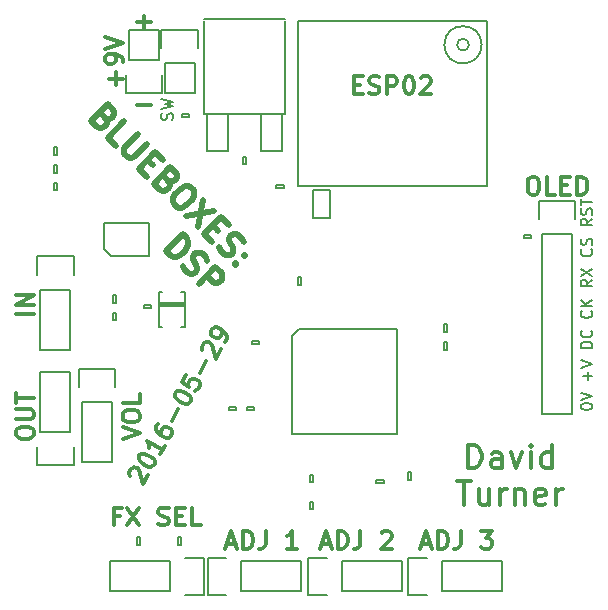
<source format=gto>
G04 #@! TF.FileFunction,Legend,Top*
%FSLAX46Y46*%
G04 Gerber Fmt 4.6, Leading zero omitted, Abs format (unit mm)*
G04 Created by KiCad (PCBNEW (2016-03-07 BZR 6612)-product) date Monday, 30 May 2016 'amt' 02:36:14*
%MOMM*%
G01*
G04 APERTURE LIST*
%ADD10C,0.100000*%
%ADD11C,0.300000*%
%ADD12C,0.500000*%
%ADD13C,0.200000*%
%ADD14C,0.150000*%
G04 APERTURE END LIST*
D10*
D11*
X160269484Y-89470327D02*
X160243339Y-89372753D01*
X160252908Y-89213321D01*
X160431480Y-88904026D01*
X160564767Y-88816023D01*
X160662341Y-88789878D01*
X160821773Y-88799448D01*
X160945491Y-88870876D01*
X161095354Y-89039878D01*
X161409089Y-90210757D01*
X161873375Y-89406590D01*
X161038622Y-87852424D02*
X161110051Y-87728707D01*
X161243338Y-87640703D01*
X161340912Y-87614558D01*
X161500345Y-87624128D01*
X161783494Y-87705126D01*
X162092789Y-87883698D01*
X162304511Y-88088413D01*
X162392514Y-88221701D01*
X162418659Y-88319275D01*
X162409089Y-88478707D01*
X162337660Y-88602424D01*
X162204373Y-88690428D01*
X162106799Y-88716573D01*
X161947368Y-88707003D01*
X161664218Y-88626005D01*
X161354923Y-88447434D01*
X161143202Y-88242717D01*
X161055198Y-88109430D01*
X161029053Y-88011857D01*
X161038622Y-87852424D01*
X163301946Y-86932233D02*
X162873374Y-87674540D01*
X163087660Y-87303386D02*
X161788622Y-86553386D01*
X161902771Y-86784247D01*
X161955060Y-86979394D01*
X161945490Y-87138826D01*
X162645765Y-85068772D02*
X162502908Y-85316207D01*
X162493338Y-85475640D01*
X162519483Y-85573214D01*
X162633631Y-85804074D01*
X162845353Y-86008791D01*
X163340224Y-86294505D01*
X163499656Y-86304074D01*
X163597230Y-86277930D01*
X163730517Y-86189925D01*
X163873374Y-85942490D01*
X163882944Y-85783058D01*
X163856799Y-85685484D01*
X163768796Y-85552197D01*
X163459501Y-85373626D01*
X163300069Y-85364056D01*
X163202496Y-85390201D01*
X163069208Y-85478204D01*
X162926351Y-85725640D01*
X162916781Y-85885073D01*
X162942926Y-85982645D01*
X163030929Y-86115933D01*
X163842789Y-84852610D02*
X164414217Y-83862866D01*
X164110050Y-82532555D02*
X164181479Y-82408837D01*
X164314766Y-82320834D01*
X164412340Y-82294689D01*
X164571773Y-82304258D01*
X164854922Y-82385257D01*
X165164217Y-82563828D01*
X165375939Y-82768544D01*
X165463942Y-82901832D01*
X165490087Y-82999405D01*
X165480517Y-83158837D01*
X165409088Y-83282555D01*
X165275801Y-83370559D01*
X165178227Y-83396704D01*
X165018796Y-83387134D01*
X164735646Y-83306136D01*
X164426351Y-83127564D01*
X164214630Y-82922848D01*
X164126626Y-82789561D01*
X164100481Y-82691987D01*
X164110050Y-82532555D01*
X165038622Y-80924222D02*
X164681479Y-81542812D01*
X165264354Y-81961814D01*
X165238210Y-81864241D01*
X165247779Y-81704809D01*
X165426351Y-81395514D01*
X165559638Y-81307510D01*
X165657211Y-81281365D01*
X165816643Y-81290935D01*
X166125938Y-81469507D01*
X166213942Y-81602793D01*
X166240087Y-81700367D01*
X166230517Y-81859799D01*
X166051945Y-82169094D01*
X165918658Y-82257098D01*
X165821084Y-82283243D01*
X166199931Y-80769919D02*
X166771360Y-79780176D01*
X166412340Y-78830588D02*
X166386195Y-78733015D01*
X166395764Y-78573582D01*
X166574336Y-78264287D01*
X166707623Y-78176284D01*
X166805197Y-78150139D01*
X166964629Y-78159709D01*
X167088347Y-78231138D01*
X167238210Y-78400139D01*
X167551945Y-79571018D01*
X168016231Y-78766852D01*
X168373373Y-78148263D02*
X168516231Y-77900826D01*
X168525801Y-77741395D01*
X168499655Y-77643822D01*
X168385508Y-77412960D01*
X168173786Y-77208244D01*
X167678915Y-76922530D01*
X167519483Y-76912960D01*
X167421909Y-76939105D01*
X167288621Y-77027109D01*
X167145764Y-77274544D01*
X167136194Y-77433977D01*
X167162340Y-77531550D01*
X167250343Y-77664838D01*
X167559638Y-77843410D01*
X167719070Y-77852979D01*
X167816643Y-77826834D01*
X167949931Y-77738830D01*
X168092788Y-77491395D01*
X168102357Y-77331962D01*
X168076213Y-77234389D01*
X167988209Y-77101102D01*
X188928571Y-88854762D02*
X188928571Y-86854762D01*
X189404762Y-86854762D01*
X189690476Y-86950000D01*
X189880952Y-87140476D01*
X189976191Y-87330952D01*
X190071429Y-87711905D01*
X190071429Y-87997619D01*
X189976191Y-88378571D01*
X189880952Y-88569048D01*
X189690476Y-88759524D01*
X189404762Y-88854762D01*
X188928571Y-88854762D01*
X191785714Y-88854762D02*
X191785714Y-87807143D01*
X191690476Y-87616667D01*
X191500000Y-87521429D01*
X191119048Y-87521429D01*
X190928571Y-87616667D01*
X191785714Y-88759524D02*
X191595238Y-88854762D01*
X191119048Y-88854762D01*
X190928571Y-88759524D01*
X190833333Y-88569048D01*
X190833333Y-88378571D01*
X190928571Y-88188095D01*
X191119048Y-88092857D01*
X191595238Y-88092857D01*
X191785714Y-87997619D01*
X192547619Y-87521429D02*
X193023810Y-88854762D01*
X193500000Y-87521429D01*
X194261905Y-88854762D02*
X194261905Y-87521429D01*
X194261905Y-86854762D02*
X194166667Y-86950000D01*
X194261905Y-87045238D01*
X194357144Y-86950000D01*
X194261905Y-86854762D01*
X194261905Y-87045238D01*
X196071429Y-88854762D02*
X196071429Y-86854762D01*
X196071429Y-88759524D02*
X195880953Y-88854762D01*
X195500001Y-88854762D01*
X195309525Y-88759524D01*
X195214286Y-88664286D01*
X195119048Y-88473810D01*
X195119048Y-87902381D01*
X195214286Y-87711905D01*
X195309525Y-87616667D01*
X195500001Y-87521429D01*
X195880953Y-87521429D01*
X196071429Y-87616667D01*
X188023809Y-89954762D02*
X189166666Y-89954762D01*
X188595238Y-91954762D02*
X188595238Y-89954762D01*
X190690476Y-90621429D02*
X190690476Y-91954762D01*
X189833333Y-90621429D02*
X189833333Y-91669048D01*
X189928572Y-91859524D01*
X190119048Y-91954762D01*
X190404762Y-91954762D01*
X190595238Y-91859524D01*
X190690476Y-91764286D01*
X191642857Y-91954762D02*
X191642857Y-90621429D01*
X191642857Y-91002381D02*
X191738096Y-90811905D01*
X191833334Y-90716667D01*
X192023810Y-90621429D01*
X192214286Y-90621429D01*
X192880952Y-90621429D02*
X192880952Y-91954762D01*
X192880952Y-90811905D02*
X192976191Y-90716667D01*
X193166667Y-90621429D01*
X193452381Y-90621429D01*
X193642857Y-90716667D01*
X193738095Y-90907143D01*
X193738095Y-91954762D01*
X195452381Y-91859524D02*
X195261905Y-91954762D01*
X194880953Y-91954762D01*
X194690476Y-91859524D01*
X194595238Y-91669048D01*
X194595238Y-90907143D01*
X194690476Y-90716667D01*
X194880953Y-90621429D01*
X195261905Y-90621429D01*
X195452381Y-90716667D01*
X195547619Y-90907143D01*
X195547619Y-91097619D01*
X194595238Y-91288095D01*
X196404762Y-91954762D02*
X196404762Y-90621429D01*
X196404762Y-91002381D02*
X196500001Y-90811905D01*
X196595239Y-90716667D01*
X196785715Y-90621429D01*
X196976191Y-90621429D01*
D12*
X158213253Y-59177771D02*
X158347940Y-59447145D01*
X158347941Y-59581832D01*
X158280598Y-59783863D01*
X158078567Y-59985894D01*
X157876536Y-60053237D01*
X157741849Y-60053237D01*
X157539818Y-59985893D01*
X157001070Y-59447145D01*
X158415284Y-58032931D01*
X158886689Y-58504336D01*
X158954032Y-58706366D01*
X158954032Y-58841053D01*
X158886689Y-59043084D01*
X158752002Y-59177771D01*
X158549971Y-59245115D01*
X158415284Y-59245115D01*
X158213253Y-59177771D01*
X157741849Y-58706366D01*
X159088719Y-61534794D02*
X158415284Y-60861358D01*
X159829497Y-59447145D01*
X160974337Y-60591985D02*
X159829497Y-61736825D01*
X159762155Y-61938856D01*
X159762155Y-62073542D01*
X159829498Y-62275573D01*
X160098872Y-62544946D01*
X160300902Y-62612290D01*
X160435590Y-62612291D01*
X160637620Y-62544947D01*
X161782460Y-61400107D01*
X161782459Y-62746977D02*
X162253864Y-63218382D01*
X161715116Y-64161190D02*
X161041681Y-63487755D01*
X162455894Y-62073542D01*
X163129329Y-62746977D01*
X163533391Y-64497908D02*
X163668077Y-64767282D01*
X163668078Y-64901970D01*
X163600735Y-65104000D01*
X163398704Y-65306031D01*
X163196673Y-65373374D01*
X163061986Y-65373374D01*
X162859955Y-65306030D01*
X162321207Y-64767282D01*
X163735421Y-63353068D01*
X164206826Y-63824473D01*
X164274169Y-64026503D01*
X164274169Y-64161190D01*
X164206826Y-64363221D01*
X164072139Y-64497908D01*
X163870108Y-64565252D01*
X163735421Y-64565252D01*
X163533391Y-64497908D01*
X163061986Y-64026503D01*
X165419009Y-65036656D02*
X165688383Y-65306030D01*
X165755726Y-65508060D01*
X165755727Y-65777435D01*
X165553696Y-66114153D01*
X165082292Y-66585557D01*
X164745574Y-66787588D01*
X164476199Y-66787587D01*
X164274169Y-66720244D01*
X164004795Y-66450870D01*
X163937452Y-66248840D01*
X163937451Y-65979465D01*
X164139482Y-65642747D01*
X164610886Y-65171343D01*
X164947604Y-64969312D01*
X165216979Y-64969313D01*
X165419009Y-65036656D01*
X166496505Y-66114152D02*
X166025100Y-68471175D01*
X167439314Y-67056962D02*
X165082291Y-67528366D01*
X167304626Y-68269144D02*
X167776031Y-68740549D01*
X167237283Y-69683358D02*
X166563848Y-69009923D01*
X167978062Y-67595709D01*
X168651497Y-68269144D01*
X167843375Y-70154762D02*
X167978062Y-70424137D01*
X168314779Y-70760854D01*
X168516810Y-70828198D01*
X168651497Y-70828198D01*
X168853528Y-70760855D01*
X168988215Y-70626167D01*
X169055558Y-70424136D01*
X169055558Y-70289449D01*
X168988214Y-70087419D01*
X168786184Y-69750702D01*
X168718841Y-69548672D01*
X168718840Y-69413984D01*
X168786184Y-69211953D01*
X168920871Y-69077266D01*
X169122901Y-69009923D01*
X169257589Y-69009923D01*
X169459619Y-69077267D01*
X169796336Y-69413984D01*
X169931024Y-69683358D01*
X169324932Y-71501633D02*
X169324932Y-71636320D01*
X169190245Y-71636319D01*
X169190245Y-71501633D01*
X169324932Y-71501633D01*
X169190245Y-71636319D01*
X170065710Y-70760854D02*
X170065711Y-70895542D01*
X169931023Y-70895541D01*
X169931023Y-70760854D01*
X170065710Y-70760854D01*
X169931023Y-70895541D01*
X163354931Y-70467909D02*
X164769144Y-69053696D01*
X165105862Y-69390414D01*
X165240549Y-69659787D01*
X165240549Y-69929161D01*
X165173206Y-70131192D01*
X164971175Y-70467910D01*
X164769145Y-70669940D01*
X164432428Y-70871971D01*
X164230396Y-70939314D01*
X163961022Y-70939314D01*
X163691648Y-70804627D01*
X163354931Y-70467909D01*
X164769144Y-71747436D02*
X164903832Y-72016810D01*
X165240549Y-72353528D01*
X165442579Y-72420871D01*
X165577266Y-72420871D01*
X165779297Y-72353528D01*
X165913985Y-72218841D01*
X165981327Y-72016810D01*
X165981327Y-71882123D01*
X165913984Y-71680093D01*
X165711954Y-71343375D01*
X165644610Y-71141345D01*
X165644610Y-71006657D01*
X165711954Y-70804626D01*
X165846641Y-70669940D01*
X166048671Y-70602596D01*
X166183358Y-70602597D01*
X166385389Y-70669940D01*
X166722106Y-71006657D01*
X166856793Y-71276032D01*
X166116014Y-73228993D02*
X167530228Y-71814779D01*
X168068976Y-72353528D01*
X168136319Y-72555558D01*
X168136320Y-72690245D01*
X168068977Y-72892276D01*
X167866946Y-73094307D01*
X167664915Y-73161650D01*
X167530228Y-73161650D01*
X167328198Y-73094306D01*
X166789449Y-72555558D01*
D11*
X179285715Y-56392857D02*
X179785715Y-56392857D01*
X180000001Y-57178571D02*
X179285715Y-57178571D01*
X179285715Y-55678571D01*
X180000001Y-55678571D01*
X180571429Y-57107143D02*
X180785715Y-57178571D01*
X181142858Y-57178571D01*
X181285715Y-57107143D01*
X181357144Y-57035714D01*
X181428572Y-56892857D01*
X181428572Y-56750000D01*
X181357144Y-56607143D01*
X181285715Y-56535714D01*
X181142858Y-56464286D01*
X180857144Y-56392857D01*
X180714286Y-56321429D01*
X180642858Y-56250000D01*
X180571429Y-56107143D01*
X180571429Y-55964286D01*
X180642858Y-55821429D01*
X180714286Y-55750000D01*
X180857144Y-55678571D01*
X181214286Y-55678571D01*
X181428572Y-55750000D01*
X182071429Y-57178571D02*
X182071429Y-55678571D01*
X182642857Y-55678571D01*
X182785715Y-55750000D01*
X182857143Y-55821429D01*
X182928572Y-55964286D01*
X182928572Y-56178571D01*
X182857143Y-56321429D01*
X182785715Y-56392857D01*
X182642857Y-56464286D01*
X182071429Y-56464286D01*
X183857143Y-55678571D02*
X184000000Y-55678571D01*
X184142857Y-55750000D01*
X184214286Y-55821429D01*
X184285715Y-55964286D01*
X184357143Y-56250000D01*
X184357143Y-56607143D01*
X184285715Y-56892857D01*
X184214286Y-57035714D01*
X184142857Y-57107143D01*
X184000000Y-57178571D01*
X183857143Y-57178571D01*
X183714286Y-57107143D01*
X183642857Y-57035714D01*
X183571429Y-56892857D01*
X183500000Y-56607143D01*
X183500000Y-56250000D01*
X183571429Y-55964286D01*
X183642857Y-55821429D01*
X183714286Y-55750000D01*
X183857143Y-55678571D01*
X184928571Y-55821429D02*
X185000000Y-55750000D01*
X185142857Y-55678571D01*
X185500000Y-55678571D01*
X185642857Y-55750000D01*
X185714286Y-55821429D01*
X185785714Y-55964286D01*
X185785714Y-56107143D01*
X185714286Y-56321429D01*
X184857143Y-57178571D01*
X185785714Y-57178571D01*
D13*
X189000000Y-53000000D02*
G75*
G03X189000000Y-53000000I-500000J0D01*
G01*
X190081139Y-53000000D02*
G75*
G03X190081139Y-53000000I-1581139J0D01*
G01*
X190500000Y-51000000D02*
X174500000Y-51000000D01*
X190500000Y-65000000D02*
X190500000Y-51000000D01*
X174500000Y-65000000D02*
X190500000Y-65000000D01*
X174500000Y-51000000D02*
X174500000Y-65000000D01*
X163904762Y-59357143D02*
X163952381Y-59214286D01*
X163952381Y-58976190D01*
X163904762Y-58880952D01*
X163857143Y-58833333D01*
X163761905Y-58785714D01*
X163666667Y-58785714D01*
X163571429Y-58833333D01*
X163523810Y-58880952D01*
X163476190Y-58976190D01*
X163428571Y-59166667D01*
X163380952Y-59261905D01*
X163333333Y-59309524D01*
X163238095Y-59357143D01*
X163142857Y-59357143D01*
X163047619Y-59309524D01*
X163000000Y-59261905D01*
X162952381Y-59166667D01*
X162952381Y-58928571D01*
X163000000Y-58785714D01*
X162952381Y-58452381D02*
X163952381Y-58214286D01*
X163238095Y-58023809D01*
X163952381Y-57833333D01*
X162952381Y-57595238D01*
D11*
X160928572Y-51107143D02*
X162071429Y-51107143D01*
X161500000Y-51678571D02*
X161500000Y-50535714D01*
X160928572Y-58107143D02*
X162071429Y-58107143D01*
X159107143Y-56428571D02*
X159107143Y-55285714D01*
X159678571Y-55857143D02*
X158535714Y-55857143D01*
X159678571Y-54500000D02*
X159678571Y-54214285D01*
X159607143Y-54071428D01*
X159535714Y-54000000D01*
X159321429Y-53857142D01*
X159035714Y-53785714D01*
X158464286Y-53785714D01*
X158321429Y-53857142D01*
X158250000Y-53928571D01*
X158178571Y-54071428D01*
X158178571Y-54357142D01*
X158250000Y-54500000D01*
X158321429Y-54571428D01*
X158464286Y-54642857D01*
X158821429Y-54642857D01*
X158964286Y-54571428D01*
X159035714Y-54500000D01*
X159107143Y-54357142D01*
X159107143Y-54071428D01*
X159035714Y-53928571D01*
X158964286Y-53857142D01*
X158821429Y-53785714D01*
X158178571Y-53357143D02*
X159678571Y-52857143D01*
X158178571Y-52357143D01*
D13*
X198452381Y-83663097D02*
X198452381Y-83572621D01*
X198500000Y-83482145D01*
X198547619Y-83436907D01*
X198642857Y-83391669D01*
X198833333Y-83346430D01*
X199071429Y-83346430D01*
X199261905Y-83391669D01*
X199357143Y-83436907D01*
X199404762Y-83482145D01*
X199452381Y-83572621D01*
X199452381Y-83663097D01*
X199404762Y-83753573D01*
X199357143Y-83798811D01*
X199261905Y-83844050D01*
X199071429Y-83889288D01*
X198833333Y-83889288D01*
X198642857Y-83844050D01*
X198547619Y-83798811D01*
X198500000Y-83753573D01*
X198452381Y-83663097D01*
X198452381Y-83075002D02*
X199452381Y-82758335D01*
X198452381Y-82441668D01*
X199071429Y-81401192D02*
X199071429Y-80677382D01*
X199452381Y-81039287D02*
X198690476Y-81039287D01*
X198452381Y-80360716D02*
X199452381Y-80044049D01*
X198452381Y-79727382D01*
X199452381Y-78686906D02*
X198452381Y-78686906D01*
X198452381Y-78460715D01*
X198500000Y-78325001D01*
X198595238Y-78234525D01*
X198690476Y-78189286D01*
X198880952Y-78144048D01*
X199023810Y-78144048D01*
X199214286Y-78189286D01*
X199309524Y-78234525D01*
X199404762Y-78325001D01*
X199452381Y-78460715D01*
X199452381Y-78686906D01*
X199357143Y-77194048D02*
X199404762Y-77239286D01*
X199452381Y-77375001D01*
X199452381Y-77465477D01*
X199404762Y-77601191D01*
X199309524Y-77691667D01*
X199214286Y-77736906D01*
X199023810Y-77782144D01*
X198880952Y-77782144D01*
X198690476Y-77736906D01*
X198595238Y-77691667D01*
X198500000Y-77601191D01*
X198452381Y-77465477D01*
X198452381Y-77375001D01*
X198500000Y-77239286D01*
X198547619Y-77194048D01*
X199357143Y-75520238D02*
X199404762Y-75565476D01*
X199452381Y-75701191D01*
X199452381Y-75791667D01*
X199404762Y-75927381D01*
X199309524Y-76017857D01*
X199214286Y-76063096D01*
X199023810Y-76108334D01*
X198880952Y-76108334D01*
X198690476Y-76063096D01*
X198595238Y-76017857D01*
X198500000Y-75927381D01*
X198452381Y-75791667D01*
X198452381Y-75701191D01*
X198500000Y-75565476D01*
X198547619Y-75520238D01*
X199452381Y-75113096D02*
X198452381Y-75113096D01*
X199452381Y-74570238D02*
X198880952Y-74977381D01*
X198452381Y-74570238D02*
X199023810Y-75113096D01*
X199452381Y-72896428D02*
X198976190Y-73213095D01*
X199452381Y-73439286D02*
X198452381Y-73439286D01*
X198452381Y-73077381D01*
X198500000Y-72986905D01*
X198547619Y-72941666D01*
X198642857Y-72896428D01*
X198785714Y-72896428D01*
X198880952Y-72941666D01*
X198928571Y-72986905D01*
X198976190Y-73077381D01*
X198976190Y-73439286D01*
X198452381Y-72579762D02*
X199452381Y-71946428D01*
X198452381Y-71946428D02*
X199452381Y-72579762D01*
X199357143Y-70317856D02*
X199404762Y-70363094D01*
X199452381Y-70498809D01*
X199452381Y-70589285D01*
X199404762Y-70724999D01*
X199309524Y-70815475D01*
X199214286Y-70860714D01*
X199023810Y-70905952D01*
X198880952Y-70905952D01*
X198690476Y-70860714D01*
X198595238Y-70815475D01*
X198500000Y-70724999D01*
X198452381Y-70589285D01*
X198452381Y-70498809D01*
X198500000Y-70363094D01*
X198547619Y-70317856D01*
X199404762Y-69955952D02*
X199452381Y-69820237D01*
X199452381Y-69594047D01*
X199404762Y-69503571D01*
X199357143Y-69458333D01*
X199261905Y-69413094D01*
X199166667Y-69413094D01*
X199071429Y-69458333D01*
X199023810Y-69503571D01*
X198976190Y-69594047D01*
X198928571Y-69774999D01*
X198880952Y-69865475D01*
X198833333Y-69910714D01*
X198738095Y-69955952D01*
X198642857Y-69955952D01*
X198547619Y-69910714D01*
X198500000Y-69865475D01*
X198452381Y-69774999D01*
X198452381Y-69548809D01*
X198500000Y-69413094D01*
X199452381Y-67739284D02*
X198976190Y-68055951D01*
X199452381Y-68282142D02*
X198452381Y-68282142D01*
X198452381Y-67920237D01*
X198500000Y-67829761D01*
X198547619Y-67784522D01*
X198642857Y-67739284D01*
X198785714Y-67739284D01*
X198880952Y-67784522D01*
X198928571Y-67829761D01*
X198976190Y-67920237D01*
X198976190Y-68282142D01*
X199404762Y-67377380D02*
X199452381Y-67241665D01*
X199452381Y-67015475D01*
X199404762Y-66924999D01*
X199357143Y-66879761D01*
X199261905Y-66834522D01*
X199166667Y-66834522D01*
X199071429Y-66879761D01*
X199023810Y-66924999D01*
X198976190Y-67015475D01*
X198928571Y-67196427D01*
X198880952Y-67286903D01*
X198833333Y-67332142D01*
X198738095Y-67377380D01*
X198642857Y-67377380D01*
X198547619Y-67332142D01*
X198500000Y-67286903D01*
X198452381Y-67196427D01*
X198452381Y-66970237D01*
X198500000Y-66834522D01*
X198452381Y-66563094D02*
X198452381Y-66020237D01*
X199452381Y-66291665D02*
X198452381Y-66291665D01*
D11*
X194321428Y-64178571D02*
X194607142Y-64178571D01*
X194750000Y-64250000D01*
X194892857Y-64392857D01*
X194964285Y-64678571D01*
X194964285Y-65178571D01*
X194892857Y-65464286D01*
X194750000Y-65607143D01*
X194607142Y-65678571D01*
X194321428Y-65678571D01*
X194178571Y-65607143D01*
X194035714Y-65464286D01*
X193964285Y-65178571D01*
X193964285Y-64678571D01*
X194035714Y-64392857D01*
X194178571Y-64250000D01*
X194321428Y-64178571D01*
X196321429Y-65678571D02*
X195607143Y-65678571D01*
X195607143Y-64178571D01*
X196821429Y-64892857D02*
X197321429Y-64892857D01*
X197535715Y-65678571D02*
X196821429Y-65678571D01*
X196821429Y-64178571D01*
X197535715Y-64178571D01*
X198178572Y-65678571D02*
X198178572Y-64178571D01*
X198535715Y-64178571D01*
X198750000Y-64250000D01*
X198892858Y-64392857D01*
X198964286Y-64535714D01*
X199035715Y-64821429D01*
X199035715Y-65035714D01*
X198964286Y-65321429D01*
X198892858Y-65464286D01*
X198750000Y-65607143D01*
X198535715Y-65678571D01*
X198178572Y-65678571D01*
X185035715Y-95250000D02*
X185750001Y-95250000D01*
X184892858Y-95678571D02*
X185392858Y-94178571D01*
X185892858Y-95678571D01*
X186392858Y-95678571D02*
X186392858Y-94178571D01*
X186750001Y-94178571D01*
X186964286Y-94250000D01*
X187107144Y-94392857D01*
X187178572Y-94535714D01*
X187250001Y-94821429D01*
X187250001Y-95035714D01*
X187178572Y-95321429D01*
X187107144Y-95464286D01*
X186964286Y-95607143D01*
X186750001Y-95678571D01*
X186392858Y-95678571D01*
X188321429Y-94178571D02*
X188321429Y-95250000D01*
X188250001Y-95464286D01*
X188107144Y-95607143D01*
X187892858Y-95678571D01*
X187750001Y-95678571D01*
X190035715Y-94178571D02*
X190964286Y-94178571D01*
X190464286Y-94750000D01*
X190678572Y-94750000D01*
X190821429Y-94821429D01*
X190892858Y-94892857D01*
X190964286Y-95035714D01*
X190964286Y-95392857D01*
X190892858Y-95535714D01*
X190821429Y-95607143D01*
X190678572Y-95678571D01*
X190250000Y-95678571D01*
X190107143Y-95607143D01*
X190035715Y-95535714D01*
X176535715Y-95250000D02*
X177250001Y-95250000D01*
X176392858Y-95678571D02*
X176892858Y-94178571D01*
X177392858Y-95678571D01*
X177892858Y-95678571D02*
X177892858Y-94178571D01*
X178250001Y-94178571D01*
X178464286Y-94250000D01*
X178607144Y-94392857D01*
X178678572Y-94535714D01*
X178750001Y-94821429D01*
X178750001Y-95035714D01*
X178678572Y-95321429D01*
X178607144Y-95464286D01*
X178464286Y-95607143D01*
X178250001Y-95678571D01*
X177892858Y-95678571D01*
X179821429Y-94178571D02*
X179821429Y-95250000D01*
X179750001Y-95464286D01*
X179607144Y-95607143D01*
X179392858Y-95678571D01*
X179250001Y-95678571D01*
X181607143Y-94321429D02*
X181678572Y-94250000D01*
X181821429Y-94178571D01*
X182178572Y-94178571D01*
X182321429Y-94250000D01*
X182392858Y-94321429D01*
X182464286Y-94464286D01*
X182464286Y-94607143D01*
X182392858Y-94821429D01*
X181535715Y-95678571D01*
X182464286Y-95678571D01*
X168535715Y-95250000D02*
X169250001Y-95250000D01*
X168392858Y-95678571D02*
X168892858Y-94178571D01*
X169392858Y-95678571D01*
X169892858Y-95678571D02*
X169892858Y-94178571D01*
X170250001Y-94178571D01*
X170464286Y-94250000D01*
X170607144Y-94392857D01*
X170678572Y-94535714D01*
X170750001Y-94821429D01*
X170750001Y-95035714D01*
X170678572Y-95321429D01*
X170607144Y-95464286D01*
X170464286Y-95607143D01*
X170250001Y-95678571D01*
X169892858Y-95678571D01*
X171821429Y-94178571D02*
X171821429Y-95250000D01*
X171750001Y-95464286D01*
X171607144Y-95607143D01*
X171392858Y-95678571D01*
X171250001Y-95678571D01*
X174464286Y-95678571D02*
X173607143Y-95678571D01*
X174035715Y-95678571D02*
X174035715Y-94178571D01*
X173892858Y-94392857D01*
X173750000Y-94535714D01*
X173607143Y-94607143D01*
X159428572Y-92892857D02*
X158928572Y-92892857D01*
X158928572Y-93678571D02*
X158928572Y-92178571D01*
X159642858Y-92178571D01*
X160071429Y-92178571D02*
X161071429Y-93678571D01*
X161071429Y-92178571D02*
X160071429Y-93678571D01*
X162714285Y-93607143D02*
X162928571Y-93678571D01*
X163285714Y-93678571D01*
X163428571Y-93607143D01*
X163500000Y-93535714D01*
X163571428Y-93392857D01*
X163571428Y-93250000D01*
X163500000Y-93107143D01*
X163428571Y-93035714D01*
X163285714Y-92964286D01*
X163000000Y-92892857D01*
X162857142Y-92821429D01*
X162785714Y-92750000D01*
X162714285Y-92607143D01*
X162714285Y-92464286D01*
X162785714Y-92321429D01*
X162857142Y-92250000D01*
X163000000Y-92178571D01*
X163357142Y-92178571D01*
X163571428Y-92250000D01*
X164214285Y-92892857D02*
X164714285Y-92892857D01*
X164928571Y-93678571D02*
X164214285Y-93678571D01*
X164214285Y-92178571D01*
X164928571Y-92178571D01*
X166285714Y-93678571D02*
X165571428Y-93678571D01*
X165571428Y-92178571D01*
X159678571Y-86392857D02*
X161178571Y-85892857D01*
X159678571Y-85392857D01*
X159678571Y-84607143D02*
X159678571Y-84321429D01*
X159750000Y-84178571D01*
X159892857Y-84035714D01*
X160178571Y-83964286D01*
X160678571Y-83964286D01*
X160964286Y-84035714D01*
X161107143Y-84178571D01*
X161178571Y-84321429D01*
X161178571Y-84607143D01*
X161107143Y-84750000D01*
X160964286Y-84892857D01*
X160678571Y-84964286D01*
X160178571Y-84964286D01*
X159892857Y-84892857D01*
X159750000Y-84750000D01*
X159678571Y-84607143D01*
X161178571Y-82607142D02*
X161178571Y-83321428D01*
X159678571Y-83321428D01*
X150678571Y-86000000D02*
X150678571Y-85714286D01*
X150750000Y-85571428D01*
X150892857Y-85428571D01*
X151178571Y-85357143D01*
X151678571Y-85357143D01*
X151964286Y-85428571D01*
X152107143Y-85571428D01*
X152178571Y-85714286D01*
X152178571Y-86000000D01*
X152107143Y-86142857D01*
X151964286Y-86285714D01*
X151678571Y-86357143D01*
X151178571Y-86357143D01*
X150892857Y-86285714D01*
X150750000Y-86142857D01*
X150678571Y-86000000D01*
X150678571Y-84714285D02*
X151892857Y-84714285D01*
X152035714Y-84642857D01*
X152107143Y-84571428D01*
X152178571Y-84428571D01*
X152178571Y-84142857D01*
X152107143Y-83999999D01*
X152035714Y-83928571D01*
X151892857Y-83857142D01*
X150678571Y-83857142D01*
X150678571Y-83357142D02*
X150678571Y-82499999D01*
X152178571Y-82928570D02*
X150678571Y-82928570D01*
X152178571Y-75785714D02*
X150678571Y-75785714D01*
X152178571Y-75071428D02*
X150678571Y-75071428D01*
X152178571Y-74214285D01*
X150678571Y-74214285D01*
D14*
X161473000Y-75309000D02*
X161473000Y-75059000D01*
X161473000Y-75059000D02*
X162123000Y-75059000D01*
X162123000Y-75059000D02*
X162123000Y-75309000D01*
X162123000Y-75309000D02*
X161473000Y-75309000D01*
X170125000Y-63125000D02*
X169875000Y-63125000D01*
X169875000Y-63125000D02*
X169875000Y-62475000D01*
X169875000Y-62475000D02*
X170125000Y-62475000D01*
X170125000Y-62475000D02*
X170125000Y-63125000D01*
X165325000Y-58875000D02*
X165325000Y-59125000D01*
X165325000Y-59125000D02*
X164675000Y-59125000D01*
X164675000Y-59125000D02*
X164675000Y-58875000D01*
X164675000Y-58875000D02*
X165325000Y-58875000D01*
X154125000Y-65325000D02*
X153875000Y-65325000D01*
X153875000Y-65325000D02*
X153875000Y-64675000D01*
X153875000Y-64675000D02*
X154125000Y-64675000D01*
X154125000Y-64675000D02*
X154125000Y-65325000D01*
X170617000Y-78357000D02*
X170617000Y-78107000D01*
X170617000Y-78107000D02*
X171267000Y-78107000D01*
X171267000Y-78107000D02*
X171267000Y-78357000D01*
X171267000Y-78357000D02*
X170617000Y-78357000D01*
X175825000Y-92325000D02*
X175575000Y-92325000D01*
X175575000Y-92325000D02*
X175575000Y-91675000D01*
X175575000Y-91675000D02*
X175825000Y-91675000D01*
X175825000Y-91675000D02*
X175825000Y-92325000D01*
X168675000Y-83925000D02*
X168675000Y-83675000D01*
X168675000Y-83675000D02*
X169325000Y-83675000D01*
X169325000Y-83675000D02*
X169325000Y-83925000D01*
X169325000Y-83925000D02*
X168675000Y-83925000D01*
X183875000Y-89175000D02*
X184125000Y-89175000D01*
X184125000Y-89175000D02*
X184125000Y-89825000D01*
X184125000Y-89825000D02*
X183875000Y-89825000D01*
X183875000Y-89825000D02*
X183875000Y-89175000D01*
X174575000Y-72675000D02*
X174825000Y-72675000D01*
X174825000Y-72675000D02*
X174825000Y-73325000D01*
X174825000Y-73325000D02*
X174575000Y-73325000D01*
X174575000Y-73325000D02*
X174575000Y-72675000D01*
X175822335Y-90040372D02*
X175572335Y-90040372D01*
X175572335Y-90040372D02*
X175572335Y-89390372D01*
X175572335Y-89390372D02*
X175822335Y-89390372D01*
X175822335Y-89390372D02*
X175822335Y-90040372D01*
X186875000Y-76675000D02*
X187125000Y-76675000D01*
X187125000Y-76675000D02*
X187125000Y-77325000D01*
X187125000Y-77325000D02*
X186875000Y-77325000D01*
X186875000Y-77325000D02*
X186875000Y-76675000D01*
X170175000Y-83925000D02*
X170175000Y-83675000D01*
X170175000Y-83675000D02*
X170825000Y-83675000D01*
X170825000Y-83675000D02*
X170825000Y-83925000D01*
X170825000Y-83925000D02*
X170175000Y-83925000D01*
X181825000Y-89875000D02*
X181825000Y-90125000D01*
X181825000Y-90125000D02*
X181175000Y-90125000D01*
X181175000Y-90125000D02*
X181175000Y-89875000D01*
X181175000Y-89875000D02*
X181825000Y-89875000D01*
X186875000Y-78175000D02*
X187125000Y-78175000D01*
X187125000Y-78175000D02*
X187125000Y-78825000D01*
X187125000Y-78825000D02*
X186875000Y-78825000D01*
X186875000Y-78825000D02*
X186875000Y-78175000D01*
X173325000Y-64875000D02*
X173325000Y-65125000D01*
X173325000Y-65125000D02*
X172675000Y-65125000D01*
X172675000Y-65125000D02*
X172675000Y-64875000D01*
X172675000Y-64875000D02*
X173325000Y-64875000D01*
X175775000Y-65325000D02*
X177225000Y-65325000D01*
X177225000Y-65325000D02*
X177225000Y-67675000D01*
X177225000Y-67675000D02*
X175775000Y-67675000D01*
X175775000Y-67675000D02*
X175775000Y-65325000D01*
X164930000Y-75138000D02*
X162730000Y-75138000D01*
X162730000Y-75038000D02*
X164930000Y-75038000D01*
X164930000Y-74938000D02*
X162730000Y-74938000D01*
X162730000Y-74838000D02*
X164930000Y-74838000D01*
X162730000Y-75438000D02*
X162730000Y-73938000D01*
X162730000Y-73938000D02*
X163030000Y-73938000D01*
X164630000Y-73938000D02*
X164930000Y-73938000D01*
X164930000Y-73938000D02*
X164930000Y-76938000D01*
X164930000Y-76938000D02*
X164630000Y-76938000D01*
X163030000Y-76938000D02*
X162730000Y-76938000D01*
X162730000Y-76938000D02*
X162730000Y-75438000D01*
X174650000Y-77050000D02*
X182950000Y-77050000D01*
X182950000Y-77050000D02*
X182950000Y-85950000D01*
X182950000Y-85950000D02*
X174050000Y-85950000D01*
X174050000Y-85950000D02*
X174050000Y-77650000D01*
X174050000Y-77650000D02*
X174650000Y-77050000D01*
X152730000Y-73730000D02*
X152730000Y-78810000D01*
X152730000Y-78810000D02*
X155270000Y-78810000D01*
X155270000Y-78810000D02*
X155270000Y-73730000D01*
X155550000Y-70910000D02*
X155550000Y-72460000D01*
X155270000Y-73730000D02*
X152730000Y-73730000D01*
X152450000Y-72460000D02*
X152450000Y-70910000D01*
X152450000Y-70910000D02*
X155550000Y-70910000D01*
X160230000Y-54270000D02*
X160230000Y-51730000D01*
X159950000Y-57090000D02*
X159950000Y-55540000D01*
X160230000Y-54270000D02*
X162770000Y-54270000D01*
X163050000Y-55540000D02*
X163050000Y-57090000D01*
X163050000Y-57090000D02*
X159950000Y-57090000D01*
X162770000Y-54270000D02*
X162770000Y-51730000D01*
X162770000Y-51730000D02*
X160230000Y-51730000D01*
X163730000Y-96730000D02*
X158650000Y-96730000D01*
X158650000Y-96730000D02*
X158650000Y-99270000D01*
X158650000Y-99270000D02*
X163730000Y-99270000D01*
X166550000Y-99550000D02*
X165000000Y-99550000D01*
X163730000Y-99270000D02*
X163730000Y-96730000D01*
X165000000Y-96450000D02*
X166550000Y-96450000D01*
X166550000Y-96450000D02*
X166550000Y-99550000D01*
X155270000Y-85770000D02*
X155270000Y-80690000D01*
X155270000Y-80690000D02*
X152730000Y-80690000D01*
X152730000Y-80690000D02*
X152730000Y-85770000D01*
X152450000Y-88590000D02*
X152450000Y-87040000D01*
X152730000Y-85770000D02*
X155270000Y-85770000D01*
X155550000Y-87040000D02*
X155550000Y-88590000D01*
X155550000Y-88590000D02*
X152450000Y-88590000D01*
X158875000Y-75675000D02*
X159125000Y-75675000D01*
X159125000Y-75675000D02*
X159125000Y-76325000D01*
X159125000Y-76325000D02*
X158875000Y-76325000D01*
X158875000Y-76325000D02*
X158875000Y-75675000D01*
X153875000Y-61675000D02*
X154125000Y-61675000D01*
X154125000Y-61675000D02*
X154125000Y-62325000D01*
X154125000Y-62325000D02*
X153875000Y-62325000D01*
X153875000Y-62325000D02*
X153875000Y-61675000D01*
X154125000Y-63825000D02*
X153875000Y-63825000D01*
X153875000Y-63825000D02*
X153875000Y-63175000D01*
X153875000Y-63175000D02*
X154125000Y-63175000D01*
X154125000Y-63175000D02*
X154125000Y-63825000D01*
X158875000Y-74175000D02*
X159125000Y-74175000D01*
X159125000Y-74175000D02*
X159125000Y-74825000D01*
X159125000Y-74825000D02*
X158875000Y-74825000D01*
X158875000Y-74825000D02*
X158875000Y-74175000D01*
X161125000Y-95325000D02*
X160875000Y-95325000D01*
X160875000Y-95325000D02*
X160875000Y-94675000D01*
X160875000Y-94675000D02*
X161125000Y-94675000D01*
X161125000Y-94675000D02*
X161125000Y-95325000D01*
X164375000Y-94675000D02*
X164625000Y-94675000D01*
X164625000Y-94675000D02*
X164625000Y-95325000D01*
X164625000Y-95325000D02*
X164375000Y-95325000D01*
X164375000Y-95325000D02*
X164375000Y-94675000D01*
X169730000Y-99270000D02*
X174810000Y-99270000D01*
X174810000Y-99270000D02*
X174810000Y-96730000D01*
X174810000Y-96730000D02*
X169730000Y-96730000D01*
X166910000Y-96450000D02*
X168460000Y-96450000D01*
X169730000Y-96730000D02*
X169730000Y-99270000D01*
X168460000Y-99550000D02*
X166910000Y-99550000D01*
X166910000Y-99550000D02*
X166910000Y-96450000D01*
X186690000Y-99270000D02*
X191770000Y-99270000D01*
X191770000Y-99270000D02*
X191770000Y-96730000D01*
X191770000Y-96730000D02*
X186690000Y-96730000D01*
X183870000Y-96450000D02*
X185420000Y-96450000D01*
X186690000Y-96730000D02*
X186690000Y-99270000D01*
X185420000Y-99550000D02*
X183870000Y-99550000D01*
X183870000Y-99550000D02*
X183870000Y-96450000D01*
X178230000Y-99270000D02*
X183310000Y-99270000D01*
X183310000Y-99270000D02*
X183310000Y-96730000D01*
X183310000Y-96730000D02*
X178230000Y-96730000D01*
X175410000Y-96450000D02*
X176960000Y-96450000D01*
X178230000Y-96730000D02*
X178230000Y-99270000D01*
X176960000Y-99550000D02*
X175410000Y-99550000D01*
X175410000Y-99550000D02*
X175410000Y-96450000D01*
X156230000Y-83230000D02*
X156230000Y-88310000D01*
X156230000Y-88310000D02*
X158770000Y-88310000D01*
X158770000Y-88310000D02*
X158770000Y-83230000D01*
X159050000Y-80410000D02*
X159050000Y-81960000D01*
X158770000Y-83230000D02*
X156230000Y-83230000D01*
X155950000Y-81960000D02*
X155950000Y-80410000D01*
X155950000Y-80410000D02*
X159050000Y-80410000D01*
X165770000Y-54570000D02*
X165770000Y-57110000D01*
X166050000Y-51750000D02*
X166050000Y-53300000D01*
X165770000Y-54570000D02*
X163230000Y-54570000D01*
X162950000Y-53300000D02*
X162950000Y-51750000D01*
X162950000Y-51750000D02*
X166050000Y-51750000D01*
X163230000Y-54570000D02*
X163230000Y-57110000D01*
X163230000Y-57110000D02*
X165770000Y-57110000D01*
X171397000Y-58826000D02*
X171397000Y-62001000D01*
X171397000Y-62001000D02*
X173175000Y-62001000D01*
X173175000Y-62001000D02*
X173175000Y-58826000D01*
X166825000Y-58826000D02*
X166825000Y-62001000D01*
X166825000Y-62001000D02*
X168603000Y-62001000D01*
X168603000Y-62001000D02*
X168603000Y-58826000D01*
X173429000Y-52730000D02*
X173429000Y-58826000D01*
X173429000Y-58826000D02*
X166571000Y-58826000D01*
X166571000Y-58826000D02*
X166571000Y-50952000D01*
X166571000Y-50825000D02*
X173429000Y-50825000D01*
X173429000Y-50952000D02*
X173429000Y-52730000D01*
X158095000Y-70325000D02*
X158095000Y-68075000D01*
X158095000Y-68075000D02*
X161905000Y-68075000D01*
X161905000Y-68075000D02*
X161905000Y-70925000D01*
X161905000Y-70925000D02*
X158695000Y-70925000D01*
X158695000Y-70925000D02*
X158095000Y-70325000D01*
X197746000Y-69016000D02*
X197746000Y-84256000D01*
X197746000Y-84256000D02*
X195206000Y-84256000D01*
X195206000Y-84256000D02*
X195206000Y-69016000D01*
X198026000Y-66196000D02*
X198026000Y-67746000D01*
X197746000Y-69016000D02*
X195206000Y-69016000D01*
X194926000Y-67746000D02*
X194926000Y-66196000D01*
X194926000Y-66196000D02*
X198026000Y-66196000D01*
X193651000Y-69371000D02*
X193651000Y-69121000D01*
X193651000Y-69121000D02*
X194301000Y-69121000D01*
X194301000Y-69121000D02*
X194301000Y-69371000D01*
X194301000Y-69371000D02*
X193651000Y-69371000D01*
M02*

</source>
